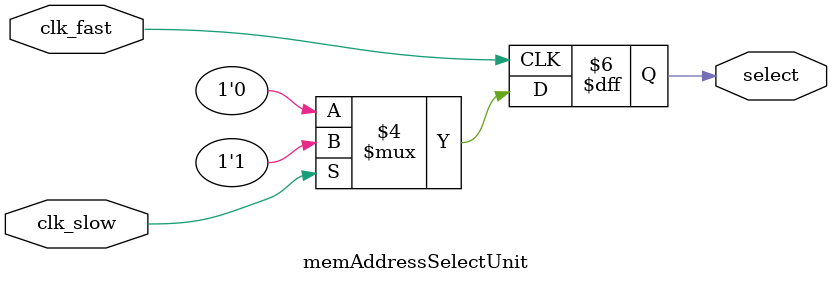
<source format=v>
`timescale 1ns / 1ps


module memAddressSelectUnit(
    input clk_fast,
    input clk_slow,
    output reg select
    );
    
    always @ (posedge clk_fast) begin
        if(clk_slow == 0)
            select = 0;
        else
            select = 1;
    end
    
endmodule

</source>
